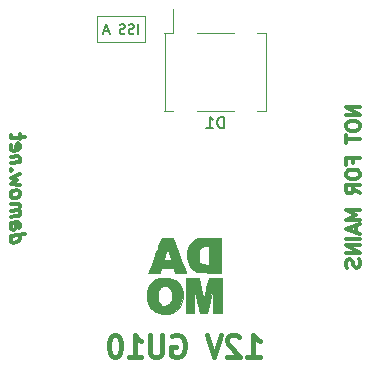
<source format=gbr>
%TF.GenerationSoftware,KiCad,Pcbnew,(5.1.9-0-10_14)*%
%TF.CreationDate,2021-06-06T22:43:36+01:00*%
%TF.ProjectId,gu10-12v-lamp,67753130-2d31-4327-962d-6c616d702e6b,rev?*%
%TF.SameCoordinates,Original*%
%TF.FileFunction,Legend,Bot*%
%TF.FilePolarity,Positive*%
%FSLAX46Y46*%
G04 Gerber Fmt 4.6, Leading zero omitted, Abs format (unit mm)*
G04 Created by KiCad (PCBNEW (5.1.9-0-10_14)) date 2021-06-06 22:43:36*
%MOMM*%
%LPD*%
G01*
G04 APERTURE LIST*
%ADD10C,0.120000*%
%ADD11C,0.200000*%
%ADD12C,0.300000*%
%ADD13C,0.450000*%
%ADD14C,0.010000*%
%ADD15C,0.150000*%
G04 APERTURE END LIST*
D10*
X146620000Y-85650000D02*
X142520000Y-85650000D01*
X146620000Y-87870000D02*
X146620000Y-85650000D01*
X142520000Y-87870000D02*
X146620000Y-87870000D01*
X142520000Y-85670000D02*
X142520000Y-87870000D01*
D11*
X145989523Y-87111904D02*
X145989523Y-86311904D01*
X145646666Y-87073809D02*
X145532380Y-87111904D01*
X145341904Y-87111904D01*
X145265714Y-87073809D01*
X145227619Y-87035714D01*
X145189523Y-86959523D01*
X145189523Y-86883333D01*
X145227619Y-86807142D01*
X145265714Y-86769047D01*
X145341904Y-86730952D01*
X145494285Y-86692857D01*
X145570476Y-86654761D01*
X145608571Y-86616666D01*
X145646666Y-86540476D01*
X145646666Y-86464285D01*
X145608571Y-86388095D01*
X145570476Y-86350000D01*
X145494285Y-86311904D01*
X145303809Y-86311904D01*
X145189523Y-86350000D01*
X144884761Y-87073809D02*
X144770476Y-87111904D01*
X144580000Y-87111904D01*
X144503809Y-87073809D01*
X144465714Y-87035714D01*
X144427619Y-86959523D01*
X144427619Y-86883333D01*
X144465714Y-86807142D01*
X144503809Y-86769047D01*
X144580000Y-86730952D01*
X144732380Y-86692857D01*
X144808571Y-86654761D01*
X144846666Y-86616666D01*
X144884761Y-86540476D01*
X144884761Y-86464285D01*
X144846666Y-86388095D01*
X144808571Y-86350000D01*
X144732380Y-86311904D01*
X144541904Y-86311904D01*
X144427619Y-86350000D01*
X143513333Y-86883333D02*
X143132380Y-86883333D01*
X143589523Y-87111904D02*
X143322857Y-86311904D01*
X143056190Y-87111904D01*
D12*
X164792857Y-93328571D02*
X163592857Y-93328571D01*
X164792857Y-94014285D01*
X163592857Y-94014285D01*
X163592857Y-94814285D02*
X163592857Y-95042857D01*
X163650000Y-95157142D01*
X163764285Y-95271428D01*
X163992857Y-95328571D01*
X164392857Y-95328571D01*
X164621428Y-95271428D01*
X164735714Y-95157142D01*
X164792857Y-95042857D01*
X164792857Y-94814285D01*
X164735714Y-94700000D01*
X164621428Y-94585714D01*
X164392857Y-94528571D01*
X163992857Y-94528571D01*
X163764285Y-94585714D01*
X163650000Y-94700000D01*
X163592857Y-94814285D01*
X163592857Y-95671428D02*
X163592857Y-96357142D01*
X164792857Y-96014285D02*
X163592857Y-96014285D01*
X164164285Y-98071428D02*
X164164285Y-97671428D01*
X164792857Y-97671428D02*
X163592857Y-97671428D01*
X163592857Y-98242857D01*
X163592857Y-98928571D02*
X163592857Y-99157142D01*
X163650000Y-99271428D01*
X163764285Y-99385714D01*
X163992857Y-99442857D01*
X164392857Y-99442857D01*
X164621428Y-99385714D01*
X164735714Y-99271428D01*
X164792857Y-99157142D01*
X164792857Y-98928571D01*
X164735714Y-98814285D01*
X164621428Y-98700000D01*
X164392857Y-98642857D01*
X163992857Y-98642857D01*
X163764285Y-98700000D01*
X163650000Y-98814285D01*
X163592857Y-98928571D01*
X164792857Y-100642857D02*
X164221428Y-100242857D01*
X164792857Y-99957142D02*
X163592857Y-99957142D01*
X163592857Y-100414285D01*
X163650000Y-100528571D01*
X163707142Y-100585714D01*
X163821428Y-100642857D01*
X163992857Y-100642857D01*
X164107142Y-100585714D01*
X164164285Y-100528571D01*
X164221428Y-100414285D01*
X164221428Y-99957142D01*
X164792857Y-102071428D02*
X163592857Y-102071428D01*
X164450000Y-102471428D01*
X163592857Y-102871428D01*
X164792857Y-102871428D01*
X164450000Y-103385714D02*
X164450000Y-103957142D01*
X164792857Y-103271428D02*
X163592857Y-103671428D01*
X164792857Y-104071428D01*
X164792857Y-104471428D02*
X163592857Y-104471428D01*
X164792857Y-105042857D02*
X163592857Y-105042857D01*
X164792857Y-105728571D01*
X163592857Y-105728571D01*
X164735714Y-106242857D02*
X164792857Y-106414285D01*
X164792857Y-106700000D01*
X164735714Y-106814285D01*
X164678571Y-106871428D01*
X164564285Y-106928571D01*
X164450000Y-106928571D01*
X164335714Y-106871428D01*
X164278571Y-106814285D01*
X164221428Y-106700000D01*
X164164285Y-106471428D01*
X164107142Y-106357142D01*
X164050000Y-106300000D01*
X163935714Y-106242857D01*
X163821428Y-106242857D01*
X163707142Y-106300000D01*
X163650000Y-106357142D01*
X163592857Y-106471428D01*
X163592857Y-106757142D01*
X163650000Y-106928571D01*
X135207142Y-104272589D02*
X136407142Y-104122589D01*
X135264285Y-104265446D02*
X135207142Y-104386875D01*
X135207142Y-104615446D01*
X135264285Y-104722589D01*
X135321428Y-104772589D01*
X135435714Y-104815446D01*
X135778571Y-104772589D01*
X135892857Y-104701160D01*
X135950000Y-104636875D01*
X136007142Y-104515446D01*
X136007142Y-104286875D01*
X135950000Y-104179732D01*
X135207142Y-103186875D02*
X135835714Y-103108303D01*
X135950000Y-103151160D01*
X136007142Y-103258303D01*
X136007142Y-103486875D01*
X135950000Y-103608303D01*
X135264285Y-103179732D02*
X135207142Y-103301160D01*
X135207142Y-103586875D01*
X135264285Y-103694017D01*
X135378571Y-103736875D01*
X135492857Y-103722589D01*
X135607142Y-103651160D01*
X135664285Y-103529732D01*
X135664285Y-103244017D01*
X135721428Y-103122589D01*
X135207142Y-102615446D02*
X136007142Y-102515446D01*
X135892857Y-102529732D02*
X135950000Y-102465446D01*
X136007142Y-102344017D01*
X136007142Y-102172589D01*
X135950000Y-102065446D01*
X135835714Y-102022589D01*
X135207142Y-102101160D01*
X135835714Y-102022589D02*
X135950000Y-101951160D01*
X136007142Y-101829732D01*
X136007142Y-101658303D01*
X135950000Y-101551160D01*
X135835714Y-101508303D01*
X135207142Y-101586875D01*
X135207142Y-100844017D02*
X135264285Y-100951160D01*
X135321428Y-101001160D01*
X135435714Y-101044017D01*
X135778571Y-101001160D01*
X135892857Y-100929732D01*
X135950000Y-100865446D01*
X136007142Y-100744017D01*
X136007142Y-100572589D01*
X135950000Y-100465446D01*
X135892857Y-100415446D01*
X135778571Y-100372589D01*
X135435714Y-100415446D01*
X135321428Y-100486875D01*
X135264285Y-100551160D01*
X135207142Y-100672589D01*
X135207142Y-100844017D01*
X136007142Y-99944017D02*
X135207142Y-99815446D01*
X135778571Y-99515446D01*
X135207142Y-99358303D01*
X136007142Y-99029732D01*
X135321428Y-98658303D02*
X135264285Y-98608303D01*
X135207142Y-98672589D01*
X135264285Y-98722589D01*
X135321428Y-98658303D01*
X135207142Y-98672589D01*
X136007142Y-98001160D02*
X135207142Y-98101160D01*
X135892857Y-98015446D02*
X135950000Y-97951160D01*
X136007142Y-97829732D01*
X136007142Y-97658303D01*
X135950000Y-97551160D01*
X135835714Y-97508303D01*
X135207142Y-97586875D01*
X135264285Y-96551160D02*
X135207142Y-96672589D01*
X135207142Y-96901160D01*
X135264285Y-97008303D01*
X135378571Y-97051160D01*
X135835714Y-96994017D01*
X135950000Y-96922589D01*
X136007142Y-96801160D01*
X136007142Y-96572589D01*
X135950000Y-96465446D01*
X135835714Y-96422589D01*
X135721428Y-96436875D01*
X135607142Y-97022589D01*
X136007142Y-96058303D02*
X136007142Y-95601160D01*
X136407142Y-95836875D02*
X135378571Y-95965446D01*
X135264285Y-95922589D01*
X135207142Y-95815446D01*
X135207142Y-95701160D01*
D13*
X155257142Y-114464285D02*
X156285714Y-114464285D01*
X155771428Y-114464285D02*
X155771428Y-112664285D01*
X155942857Y-112921428D01*
X156114285Y-113092857D01*
X156285714Y-113178571D01*
X154571428Y-112835714D02*
X154485714Y-112750000D01*
X154314285Y-112664285D01*
X153885714Y-112664285D01*
X153714285Y-112750000D01*
X153628571Y-112835714D01*
X153542857Y-113007142D01*
X153542857Y-113178571D01*
X153628571Y-113435714D01*
X154657142Y-114464285D01*
X153542857Y-114464285D01*
X153028571Y-112664285D02*
X152428571Y-114464285D01*
X151828571Y-112664285D01*
X148914285Y-112750000D02*
X149085714Y-112664285D01*
X149342857Y-112664285D01*
X149600000Y-112750000D01*
X149771428Y-112921428D01*
X149857142Y-113092857D01*
X149942857Y-113435714D01*
X149942857Y-113692857D01*
X149857142Y-114035714D01*
X149771428Y-114207142D01*
X149600000Y-114378571D01*
X149342857Y-114464285D01*
X149171428Y-114464285D01*
X148914285Y-114378571D01*
X148828571Y-114292857D01*
X148828571Y-113692857D01*
X149171428Y-113692857D01*
X148057142Y-112664285D02*
X148057142Y-114121428D01*
X147971428Y-114292857D01*
X147885714Y-114378571D01*
X147714285Y-114464285D01*
X147371428Y-114464285D01*
X147200000Y-114378571D01*
X147114285Y-114292857D01*
X147028571Y-114121428D01*
X147028571Y-112664285D01*
X145228571Y-114464285D02*
X146257142Y-114464285D01*
X145742857Y-114464285D02*
X145742857Y-112664285D01*
X145914285Y-112921428D01*
X146085714Y-113092857D01*
X146257142Y-113178571D01*
X144114285Y-112664285D02*
X143942857Y-112664285D01*
X143771428Y-112750000D01*
X143685714Y-112835714D01*
X143600000Y-113007142D01*
X143514285Y-113350000D01*
X143514285Y-113778571D01*
X143600000Y-114121428D01*
X143685714Y-114292857D01*
X143771428Y-114378571D01*
X143942857Y-114464285D01*
X144114285Y-114464285D01*
X144285714Y-114378571D01*
X144371428Y-114292857D01*
X144457142Y-114121428D01*
X144542857Y-113778571D01*
X144542857Y-113350000D01*
X144457142Y-113007142D01*
X144371428Y-112835714D01*
X144285714Y-112750000D01*
X144114285Y-112664285D01*
D14*
%TO.C,G\u002A\u002A\u002A*%
G36*
X148058329Y-107785319D02*
G01*
X147785820Y-107826020D01*
X147535506Y-107901347D01*
X147470837Y-107928869D01*
X147314641Y-108022007D01*
X147158211Y-108152728D01*
X147018172Y-108304745D01*
X146911148Y-108461772D01*
X146894694Y-108493308D01*
X146806985Y-108712304D01*
X146753568Y-108947547D01*
X146732349Y-109211115D01*
X146735241Y-109412667D01*
X146759480Y-109687119D01*
X146807645Y-109918689D01*
X146883655Y-110117272D01*
X146991431Y-110292766D01*
X147134893Y-110455067D01*
X147156231Y-110475583D01*
X147340999Y-110624062D01*
X147542691Y-110732660D01*
X147769564Y-110804154D01*
X148029872Y-110841319D01*
X148264333Y-110848236D01*
X148390771Y-110845902D01*
X148500546Y-110841895D01*
X148578309Y-110836876D01*
X148603000Y-110833697D01*
X148864308Y-110764610D01*
X149081222Y-110673690D01*
X149263084Y-110556379D01*
X149372678Y-110458006D01*
X149536267Y-110259148D01*
X149656673Y-110036509D01*
X149735843Y-109784638D01*
X149775727Y-109498079D01*
X149781022Y-109332748D01*
X148858536Y-109332748D01*
X148851119Y-109512245D01*
X148831137Y-109670576D01*
X148806677Y-109767577D01*
X148723083Y-109930338D01*
X148603021Y-110053902D01*
X148454002Y-110134453D01*
X148283539Y-110168174D01*
X148099143Y-110151248D01*
X148067414Y-110143188D01*
X147932909Y-110078064D01*
X147817140Y-109967892D01*
X147729848Y-109823345D01*
X147699478Y-109739986D01*
X147672955Y-109604531D01*
X147659639Y-109438547D01*
X147658944Y-109258726D01*
X147670285Y-109081761D01*
X147693076Y-108924344D01*
X147726730Y-108803167D01*
X147732874Y-108788717D01*
X147827407Y-108645165D01*
X147961467Y-108541152D01*
X148132419Y-108478692D01*
X148141026Y-108476873D01*
X148321274Y-108466156D01*
X148486834Y-108506999D01*
X148629902Y-108594938D01*
X148742678Y-108725511D01*
X148805628Y-108857042D01*
X148835769Y-108986169D01*
X148853413Y-109151063D01*
X148858536Y-109332748D01*
X149781022Y-109332748D01*
X149781627Y-109313889D01*
X149766139Y-109020882D01*
X149718480Y-108767584D01*
X149635620Y-108545366D01*
X149514530Y-108345598D01*
X149389906Y-108198043D01*
X149293998Y-108107149D01*
X149189174Y-108022554D01*
X149098955Y-107963071D01*
X148873348Y-107868119D01*
X148615662Y-107806653D01*
X148339467Y-107778958D01*
X148058329Y-107785319D01*
G37*
X148058329Y-107785319D02*
X147785820Y-107826020D01*
X147535506Y-107901347D01*
X147470837Y-107928869D01*
X147314641Y-108022007D01*
X147158211Y-108152728D01*
X147018172Y-108304745D01*
X146911148Y-108461772D01*
X146894694Y-108493308D01*
X146806985Y-108712304D01*
X146753568Y-108947547D01*
X146732349Y-109211115D01*
X146735241Y-109412667D01*
X146759480Y-109687119D01*
X146807645Y-109918689D01*
X146883655Y-110117272D01*
X146991431Y-110292766D01*
X147134893Y-110455067D01*
X147156231Y-110475583D01*
X147340999Y-110624062D01*
X147542691Y-110732660D01*
X147769564Y-110804154D01*
X148029872Y-110841319D01*
X148264333Y-110848236D01*
X148390771Y-110845902D01*
X148500546Y-110841895D01*
X148578309Y-110836876D01*
X148603000Y-110833697D01*
X148864308Y-110764610D01*
X149081222Y-110673690D01*
X149263084Y-110556379D01*
X149372678Y-110458006D01*
X149536267Y-110259148D01*
X149656673Y-110036509D01*
X149735843Y-109784638D01*
X149775727Y-109498079D01*
X149781022Y-109332748D01*
X148858536Y-109332748D01*
X148851119Y-109512245D01*
X148831137Y-109670576D01*
X148806677Y-109767577D01*
X148723083Y-109930338D01*
X148603021Y-110053902D01*
X148454002Y-110134453D01*
X148283539Y-110168174D01*
X148099143Y-110151248D01*
X148067414Y-110143188D01*
X147932909Y-110078064D01*
X147817140Y-109967892D01*
X147729848Y-109823345D01*
X147699478Y-109739986D01*
X147672955Y-109604531D01*
X147659639Y-109438547D01*
X147658944Y-109258726D01*
X147670285Y-109081761D01*
X147693076Y-108924344D01*
X147726730Y-108803167D01*
X147732874Y-108788717D01*
X147827407Y-108645165D01*
X147961467Y-108541152D01*
X148132419Y-108478692D01*
X148141026Y-108476873D01*
X148321274Y-108466156D01*
X148486834Y-108506999D01*
X148629902Y-108594938D01*
X148742678Y-108725511D01*
X148805628Y-108857042D01*
X148835769Y-108986169D01*
X148853413Y-109151063D01*
X148858536Y-109332748D01*
X149781022Y-109332748D01*
X149781627Y-109313889D01*
X149766139Y-109020882D01*
X149718480Y-108767584D01*
X149635620Y-108545366D01*
X149514530Y-108345598D01*
X149389906Y-108198043D01*
X149293998Y-108107149D01*
X149189174Y-108022554D01*
X149098955Y-107963071D01*
X148873348Y-107868119D01*
X148615662Y-107806653D01*
X148339467Y-107778958D01*
X148058329Y-107785319D01*
G36*
X150028222Y-110795556D02*
G01*
X150733099Y-110795556D01*
X150740494Y-109735858D01*
X150747889Y-108676161D01*
X150971063Y-109644136D01*
X151024087Y-109873634D01*
X151074057Y-110088996D01*
X151119327Y-110283197D01*
X151158252Y-110449212D01*
X151189184Y-110580016D01*
X151210477Y-110668585D01*
X151219585Y-110704743D01*
X151244933Y-110797375D01*
X151558213Y-110789409D01*
X151871493Y-110781444D01*
X152114024Y-109730770D01*
X152356556Y-108680095D01*
X152363951Y-109737825D01*
X152371345Y-110795556D01*
X153076222Y-110795556D01*
X153076222Y-107831029D01*
X151962574Y-107846333D01*
X151764783Y-108700056D01*
X151715533Y-108910504D01*
X151669745Y-109102107D01*
X151629076Y-109268250D01*
X151595181Y-109402319D01*
X151569716Y-109497698D01*
X151554337Y-109547774D01*
X151551057Y-109553778D01*
X151541050Y-109527352D01*
X151520251Y-109452488D01*
X151490306Y-109335802D01*
X151452863Y-109183914D01*
X151409566Y-109003441D01*
X151362062Y-108801002D01*
X151338728Y-108700056D01*
X151142332Y-107846333D01*
X150028222Y-107831029D01*
X150028222Y-110795556D01*
G37*
X150028222Y-110795556D02*
X150733099Y-110795556D01*
X150740494Y-109735858D01*
X150747889Y-108676161D01*
X150971063Y-109644136D01*
X151024087Y-109873634D01*
X151074057Y-110088996D01*
X151119327Y-110283197D01*
X151158252Y-110449212D01*
X151189184Y-110580016D01*
X151210477Y-110668585D01*
X151219585Y-110704743D01*
X151244933Y-110797375D01*
X151558213Y-110789409D01*
X151871493Y-110781444D01*
X152114024Y-109730770D01*
X152356556Y-108680095D01*
X152363951Y-109737825D01*
X152371345Y-110795556D01*
X153076222Y-110795556D01*
X153076222Y-107831029D01*
X151962574Y-107846333D01*
X151764783Y-108700056D01*
X151715533Y-108910504D01*
X151669745Y-109102107D01*
X151629076Y-109268250D01*
X151595181Y-109402319D01*
X151569716Y-109497698D01*
X151554337Y-109547774D01*
X151551057Y-109553778D01*
X151541050Y-109527352D01*
X151520251Y-109452488D01*
X151490306Y-109335802D01*
X151452863Y-109183914D01*
X151409566Y-109003441D01*
X151362062Y-108801002D01*
X151338728Y-108700056D01*
X151142332Y-107846333D01*
X150028222Y-107831029D01*
X150028222Y-110795556D01*
G36*
X148294973Y-104446029D02*
G01*
X148162472Y-104447948D01*
X148070592Y-104452062D01*
X148011421Y-104459120D01*
X147977052Y-104469871D01*
X147959572Y-104485065D01*
X147954543Y-104494944D01*
X147941138Y-104530261D01*
X147909891Y-104613320D01*
X147862724Y-104738992D01*
X147801559Y-104902148D01*
X147728317Y-105097659D01*
X147644921Y-105320395D01*
X147553292Y-105565229D01*
X147455352Y-105827030D01*
X147417880Y-105927222D01*
X147318086Y-106194005D01*
X147223885Y-106445719D01*
X147137198Y-106677235D01*
X147059949Y-106883423D01*
X146994060Y-107059154D01*
X146941454Y-107199300D01*
X146904053Y-107298731D01*
X146883779Y-107352318D01*
X146881004Y-107359500D01*
X146877461Y-107377449D01*
X146888304Y-107390446D01*
X146920973Y-107399282D01*
X146982907Y-107404751D01*
X147081545Y-107407643D01*
X147224326Y-107408751D01*
X147344977Y-107408889D01*
X147533934Y-107407763D01*
X147672220Y-107404112D01*
X147765572Y-107397529D01*
X147819724Y-107387605D01*
X147840410Y-107373931D01*
X147840524Y-107373611D01*
X147853918Y-107330686D01*
X147878301Y-107250005D01*
X147908726Y-107147959D01*
X147912943Y-107133722D01*
X147973498Y-106929111D01*
X149002771Y-106929111D01*
X149071540Y-107161944D01*
X149140309Y-107394778D01*
X150084695Y-107410254D01*
X150018453Y-107233182D01*
X149995364Y-107171398D01*
X149954777Y-107062722D01*
X149898929Y-106913146D01*
X149830056Y-106728658D01*
X149750394Y-106515251D01*
X149662180Y-106278916D01*
X149651922Y-106251430D01*
X148786444Y-106251430D01*
X148759323Y-106264499D01*
X148682194Y-106273928D01*
X148561412Y-106279139D01*
X148472981Y-106280000D01*
X148330324Y-106278459D01*
X148237173Y-106273297D01*
X148186659Y-106263708D01*
X148171912Y-106248883D01*
X148172829Y-106244722D01*
X148185267Y-106206825D01*
X148211035Y-106124899D01*
X148247032Y-106008916D01*
X148290158Y-105868848D01*
X148319814Y-105772000D01*
X148366287Y-105621651D01*
X148408293Y-105488980D01*
X148442582Y-105384004D01*
X148465905Y-105316739D01*
X148473514Y-105298216D01*
X148486097Y-105314440D01*
X148511573Y-105374758D01*
X148546664Y-105469186D01*
X148588093Y-105587741D01*
X148632581Y-105720437D01*
X148676851Y-105857290D01*
X148717626Y-105988317D01*
X148751628Y-106103533D01*
X148775578Y-106192954D01*
X148786200Y-106246595D01*
X148786444Y-106251430D01*
X149651922Y-106251430D01*
X149567651Y-106025642D01*
X149469042Y-105761420D01*
X149465091Y-105750833D01*
X148977970Y-104445556D01*
X148476005Y-104445556D01*
X148294973Y-104446029D01*
G37*
X148294973Y-104446029D02*
X148162472Y-104447948D01*
X148070592Y-104452062D01*
X148011421Y-104459120D01*
X147977052Y-104469871D01*
X147959572Y-104485065D01*
X147954543Y-104494944D01*
X147941138Y-104530261D01*
X147909891Y-104613320D01*
X147862724Y-104738992D01*
X147801559Y-104902148D01*
X147728317Y-105097659D01*
X147644921Y-105320395D01*
X147553292Y-105565229D01*
X147455352Y-105827030D01*
X147417880Y-105927222D01*
X147318086Y-106194005D01*
X147223885Y-106445719D01*
X147137198Y-106677235D01*
X147059949Y-106883423D01*
X146994060Y-107059154D01*
X146941454Y-107199300D01*
X146904053Y-107298731D01*
X146883779Y-107352318D01*
X146881004Y-107359500D01*
X146877461Y-107377449D01*
X146888304Y-107390446D01*
X146920973Y-107399282D01*
X146982907Y-107404751D01*
X147081545Y-107407643D01*
X147224326Y-107408751D01*
X147344977Y-107408889D01*
X147533934Y-107407763D01*
X147672220Y-107404112D01*
X147765572Y-107397529D01*
X147819724Y-107387605D01*
X147840410Y-107373931D01*
X147840524Y-107373611D01*
X147853918Y-107330686D01*
X147878301Y-107250005D01*
X147908726Y-107147959D01*
X147912943Y-107133722D01*
X147973498Y-106929111D01*
X149002771Y-106929111D01*
X149071540Y-107161944D01*
X149140309Y-107394778D01*
X150084695Y-107410254D01*
X150018453Y-107233182D01*
X149995364Y-107171398D01*
X149954777Y-107062722D01*
X149898929Y-106913146D01*
X149830056Y-106728658D01*
X149750394Y-106515251D01*
X149662180Y-106278916D01*
X149651922Y-106251430D01*
X148786444Y-106251430D01*
X148759323Y-106264499D01*
X148682194Y-106273928D01*
X148561412Y-106279139D01*
X148472981Y-106280000D01*
X148330324Y-106278459D01*
X148237173Y-106273297D01*
X148186659Y-106263708D01*
X148171912Y-106248883D01*
X148172829Y-106244722D01*
X148185267Y-106206825D01*
X148211035Y-106124899D01*
X148247032Y-106008916D01*
X148290158Y-105868848D01*
X148319814Y-105772000D01*
X148366287Y-105621651D01*
X148408293Y-105488980D01*
X148442582Y-105384004D01*
X148465905Y-105316739D01*
X148473514Y-105298216D01*
X148486097Y-105314440D01*
X148511573Y-105374758D01*
X148546664Y-105469186D01*
X148588093Y-105587741D01*
X148632581Y-105720437D01*
X148676851Y-105857290D01*
X148717626Y-105988317D01*
X148751628Y-106103533D01*
X148775578Y-106192954D01*
X148786200Y-106246595D01*
X148786444Y-106251430D01*
X149651922Y-106251430D01*
X149567651Y-106025642D01*
X149469042Y-105761420D01*
X149465091Y-105750833D01*
X148977970Y-104445556D01*
X148476005Y-104445556D01*
X148294973Y-104446029D01*
G36*
X152137833Y-104389528D02*
G01*
X151834596Y-104390915D01*
X151581166Y-104395698D01*
X151370942Y-104405294D01*
X151197320Y-104421122D01*
X151053700Y-104444597D01*
X150933478Y-104477138D01*
X150830052Y-104520163D01*
X150736821Y-104575088D01*
X150647181Y-104643331D01*
X150554532Y-104726310D01*
X150550226Y-104730375D01*
X150403447Y-104898602D01*
X150291874Y-105094970D01*
X150212998Y-105325775D01*
X150164313Y-105597315D01*
X150151845Y-105730830D01*
X150149220Y-106059782D01*
X150190508Y-106355484D01*
X150275426Y-106617023D01*
X150403690Y-106843487D01*
X150550130Y-107011089D01*
X150644318Y-107094689D01*
X150737961Y-107163632D01*
X150837554Y-107219288D01*
X150949590Y-107263028D01*
X151080564Y-107296221D01*
X151236972Y-107320236D01*
X151425308Y-107336445D01*
X151652066Y-107346218D01*
X151923740Y-107350923D01*
X152166056Y-107351954D01*
X152991556Y-107352444D01*
X152991556Y-105066444D01*
X152032000Y-105066444D01*
X152032000Y-106675111D01*
X151852408Y-106675111D01*
X151725186Y-106670129D01*
X151592645Y-106657349D01*
X151521931Y-106646497D01*
X151382863Y-106603120D01*
X151275771Y-106529023D01*
X151198131Y-106419556D01*
X151147417Y-106270073D01*
X151121105Y-106075923D01*
X151115862Y-105899000D01*
X151121816Y-105695632D01*
X151140330Y-105537364D01*
X151174212Y-105413698D01*
X151226270Y-105314137D01*
X151293879Y-105233557D01*
X151406268Y-105150769D01*
X151551931Y-105097049D01*
X151737838Y-105070352D01*
X151864056Y-105066444D01*
X152032000Y-105066444D01*
X152991556Y-105066444D01*
X152991556Y-104389111D01*
X152137833Y-104389528D01*
G37*
X152137833Y-104389528D02*
X151834596Y-104390915D01*
X151581166Y-104395698D01*
X151370942Y-104405294D01*
X151197320Y-104421122D01*
X151053700Y-104444597D01*
X150933478Y-104477138D01*
X150830052Y-104520163D01*
X150736821Y-104575088D01*
X150647181Y-104643331D01*
X150554532Y-104726310D01*
X150550226Y-104730375D01*
X150403447Y-104898602D01*
X150291874Y-105094970D01*
X150212998Y-105325775D01*
X150164313Y-105597315D01*
X150151845Y-105730830D01*
X150149220Y-106059782D01*
X150190508Y-106355484D01*
X150275426Y-106617023D01*
X150403690Y-106843487D01*
X150550130Y-107011089D01*
X150644318Y-107094689D01*
X150737961Y-107163632D01*
X150837554Y-107219288D01*
X150949590Y-107263028D01*
X151080564Y-107296221D01*
X151236972Y-107320236D01*
X151425308Y-107336445D01*
X151652066Y-107346218D01*
X151923740Y-107350923D01*
X152166056Y-107351954D01*
X152991556Y-107352444D01*
X152991556Y-105066444D01*
X152032000Y-105066444D01*
X152032000Y-106675111D01*
X151852408Y-106675111D01*
X151725186Y-106670129D01*
X151592645Y-106657349D01*
X151521931Y-106646497D01*
X151382863Y-106603120D01*
X151275771Y-106529023D01*
X151198131Y-106419556D01*
X151147417Y-106270073D01*
X151121105Y-106075923D01*
X151115862Y-105899000D01*
X151121816Y-105695632D01*
X151140330Y-105537364D01*
X151174212Y-105413698D01*
X151226270Y-105314137D01*
X151293879Y-105233557D01*
X151406268Y-105150769D01*
X151551931Y-105097049D01*
X151737838Y-105070352D01*
X151864056Y-105066444D01*
X152032000Y-105066444D01*
X152991556Y-105066444D01*
X152991556Y-104389111D01*
X152137833Y-104389528D01*
D10*
%TO.C,D1*%
X148250000Y-87100000D02*
X148250000Y-93700000D01*
X150950000Y-93700000D02*
X154150000Y-93700000D01*
X150950000Y-87100000D02*
X154150000Y-87100000D01*
X156850000Y-93700000D02*
X156050000Y-93700000D01*
X156850000Y-87100000D02*
X156850000Y-93700000D01*
X156050000Y-87100000D02*
X156850000Y-87100000D01*
X148232000Y-87098000D02*
X148994000Y-87098000D01*
X148994000Y-87098000D02*
X148994000Y-85066000D01*
X148994000Y-85066000D02*
X148994000Y-85066000D01*
X148994000Y-93702000D02*
X148232000Y-93702000D01*
X148232000Y-93702000D02*
X148232000Y-93702000D01*
D15*
X153288095Y-95152380D02*
X153288095Y-94152380D01*
X153050000Y-94152380D01*
X152907142Y-94200000D01*
X152811904Y-94295238D01*
X152764285Y-94390476D01*
X152716666Y-94580952D01*
X152716666Y-94723809D01*
X152764285Y-94914285D01*
X152811904Y-95009523D01*
X152907142Y-95104761D01*
X153050000Y-95152380D01*
X153288095Y-95152380D01*
X151764285Y-95152380D02*
X152335714Y-95152380D01*
X152050000Y-95152380D02*
X152050000Y-94152380D01*
X152145238Y-94295238D01*
X152240476Y-94390476D01*
X152335714Y-94438095D01*
%TD*%
M02*

</source>
